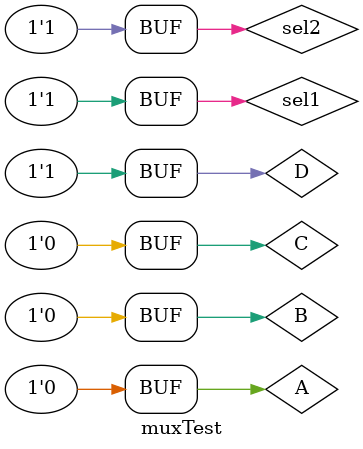
<source format=v>


`include "mux_gpt.v"

module muxTest;
reg A,B,C,D,sel1,sel2;
wire Y;
Mux i (Y,A,B,C,D,sel1,sel2);
initial begin
    A=1;B=0;C=0;D=0;sel1=0;sel2=0;
    #1 A=0;B=1;C=0;D=0;sel1=0;sel2=1;
    #1 A=0;B=0;C=1;D=0;sel1=1;sel2=0;
    #1 A=0;B=0;C=0;D=1;sel1=1;sel2=1;
end
initial begin
    $monitor("%t A=%d B=%d C=%d D=%d SEL1=%d SEL2=%d Output=%d",$time,A,B,C,D,sel1,sel2,Y);
end
endmodule
</source>
